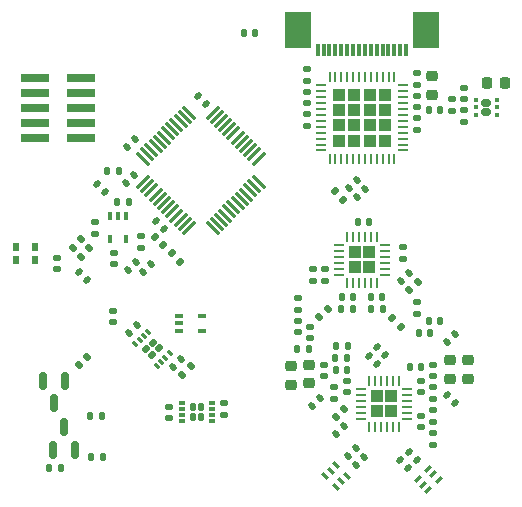
<source format=gbr>
%TF.GenerationSoftware,KiCad,Pcbnew,(6.0.4)*%
%TF.CreationDate,2023-05-22T00:57:41+09:00*%
%TF.ProjectId,RFB,5246422e-6b69-4636-9164-5f7063625858,rev?*%
%TF.SameCoordinates,Original*%
%TF.FileFunction,Paste,Top*%
%TF.FilePolarity,Positive*%
%FSLAX46Y46*%
G04 Gerber Fmt 4.6, Leading zero omitted, Abs format (unit mm)*
G04 Created by KiCad (PCBNEW (6.0.4)) date 2023-05-22 00:57:41*
%MOMM*%
%LPD*%
G01*
G04 APERTURE LIST*
G04 Aperture macros list*
%AMRoundRect*
0 Rectangle with rounded corners*
0 $1 Rounding radius*
0 $2 $3 $4 $5 $6 $7 $8 $9 X,Y pos of 4 corners*
0 Add a 4 corners polygon primitive as box body*
4,1,4,$2,$3,$4,$5,$6,$7,$8,$9,$2,$3,0*
0 Add four circle primitives for the rounded corners*
1,1,$1+$1,$2,$3*
1,1,$1+$1,$4,$5*
1,1,$1+$1,$6,$7*
1,1,$1+$1,$8,$9*
0 Add four rect primitives between the rounded corners*
20,1,$1+$1,$2,$3,$4,$5,0*
20,1,$1+$1,$4,$5,$6,$7,0*
20,1,$1+$1,$6,$7,$8,$9,0*
20,1,$1+$1,$8,$9,$2,$3,0*%
%AMRotRect*
0 Rectangle, with rotation*
0 The origin of the aperture is its center*
0 $1 length*
0 $2 width*
0 $3 Rotation angle, in degrees counterclockwise*
0 Add horizontal line*
21,1,$1,$2,0,0,$3*%
G04 Aperture macros list end*
%ADD10RoundRect,0.150000X-0.150000X0.587500X-0.150000X-0.587500X0.150000X-0.587500X0.150000X0.587500X0*%
%ADD11R,0.600000X0.750000*%
%ADD12RoundRect,0.135000X0.135000X0.185000X-0.135000X0.185000X-0.135000X-0.185000X0.135000X-0.185000X0*%
%ADD13RoundRect,0.140000X0.021213X-0.219203X0.219203X-0.021213X-0.021213X0.219203X-0.219203X0.021213X0*%
%ADD14RoundRect,0.140000X-0.021213X0.219203X-0.219203X0.021213X0.021213X-0.219203X0.219203X-0.021213X0*%
%ADD15RoundRect,0.140000X0.140000X0.170000X-0.140000X0.170000X-0.140000X-0.170000X0.140000X-0.170000X0*%
%ADD16RoundRect,0.140000X-0.170000X0.140000X-0.170000X-0.140000X0.170000X-0.140000X0.170000X0.140000X0*%
%ADD17RoundRect,0.075000X-0.415425X-0.521491X0.521491X0.415425X0.415425X0.521491X-0.521491X-0.415425X0*%
%ADD18RoundRect,0.075000X0.415425X-0.521491X0.521491X-0.415425X-0.415425X0.521491X-0.521491X0.415425X0*%
%ADD19RoundRect,0.087500X-0.175000X-0.087500X0.175000X-0.087500X0.175000X0.087500X-0.175000X0.087500X0*%
%ADD20RoundRect,0.140000X-0.140000X-0.180000X0.140000X-0.180000X0.140000X0.180000X-0.140000X0.180000X0*%
%ADD21RoundRect,0.135000X-0.185000X0.135000X-0.185000X-0.135000X0.185000X-0.135000X0.185000X0.135000X0*%
%ADD22RoundRect,0.135000X-0.226274X-0.035355X-0.035355X-0.226274X0.226274X0.035355X0.035355X0.226274X0*%
%ADD23RoundRect,0.135000X0.185000X-0.135000X0.185000X0.135000X-0.185000X0.135000X-0.185000X-0.135000X0*%
%ADD24R,2.400000X0.740000*%
%ADD25RoundRect,0.135000X-0.035355X0.226274X-0.226274X0.035355X0.035355X-0.226274X0.226274X-0.035355X0*%
%ADD26RoundRect,0.135000X0.035355X-0.226274X0.226274X-0.035355X-0.035355X0.226274X-0.226274X0.035355X0*%
%ADD27RoundRect,0.135000X0.226274X0.035355X0.035355X0.226274X-0.226274X-0.035355X-0.035355X-0.226274X0*%
%ADD28RoundRect,0.140000X0.170000X-0.140000X0.170000X0.140000X-0.170000X0.140000X-0.170000X-0.140000X0*%
%ADD29RoundRect,0.140000X-0.226274X-0.028284X-0.028284X-0.226274X0.226274X0.028284X0.028284X0.226274X0*%
%ADD30RoundRect,0.087500X-0.185616X0.061872X0.061872X-0.185616X0.185616X-0.061872X-0.061872X0.185616X0*%
%ADD31RoundRect,0.135000X-0.135000X-0.185000X0.135000X-0.185000X0.135000X0.185000X-0.135000X0.185000X0*%
%ADD32R,0.650000X0.400000*%
%ADD33RoundRect,0.140000X-0.140000X-0.170000X0.140000X-0.170000X0.140000X0.170000X-0.140000X0.170000X0*%
%ADD34RoundRect,0.140000X-0.219203X-0.021213X-0.021213X-0.219203X0.219203X0.021213X0.021213X0.219203X0*%
%ADD35RoundRect,0.160000X-0.245000X-0.160000X0.245000X-0.160000X0.245000X0.160000X-0.245000X0.160000X0*%
%ADD36RoundRect,0.093750X-0.093750X-0.106250X0.093750X-0.106250X0.093750X0.106250X-0.093750X0.106250X0*%
%ADD37RoundRect,0.218750X0.256250X-0.218750X0.256250X0.218750X-0.256250X0.218750X-0.256250X-0.218750X0*%
%ADD38RotRect,0.350000X0.700000X135.000000*%
%ADD39RoundRect,0.140000X0.219203X0.021213X0.021213X0.219203X-0.219203X-0.021213X-0.021213X-0.219203X0*%
%ADD40RoundRect,0.225000X0.225000X0.250000X-0.225000X0.250000X-0.225000X-0.250000X0.225000X-0.250000X0*%
%ADD41RoundRect,0.249999X0.290001X0.290001X-0.290001X0.290001X-0.290001X-0.290001X0.290001X-0.290001X0*%
%ADD42RoundRect,0.062500X0.375000X0.062500X-0.375000X0.062500X-0.375000X-0.062500X0.375000X-0.062500X0*%
%ADD43RoundRect,0.062500X0.062500X0.375000X-0.062500X0.375000X-0.062500X-0.375000X0.062500X-0.375000X0*%
%ADD44RoundRect,0.249999X0.290001X-0.290001X0.290001X0.290001X-0.290001X0.290001X-0.290001X-0.290001X0*%
%ADD45RoundRect,0.062500X0.062500X-0.375000X0.062500X0.375000X-0.062500X0.375000X-0.062500X-0.375000X0*%
%ADD46RoundRect,0.062500X0.375000X-0.062500X0.375000X0.062500X-0.375000X0.062500X-0.375000X-0.062500X0*%
%ADD47RoundRect,0.147500X0.226274X0.017678X0.017678X0.226274X-0.226274X-0.017678X-0.017678X-0.226274X0*%
%ADD48R,0.400000X0.650000*%
%ADD49RoundRect,0.225000X0.250000X-0.225000X0.250000X0.225000X-0.250000X0.225000X-0.250000X-0.225000X0*%
%ADD50RoundRect,0.250000X-0.292217X-0.292217X0.292217X-0.292217X0.292217X0.292217X-0.292217X0.292217X0*%
%ADD51RoundRect,0.062500X-0.375000X-0.062500X0.375000X-0.062500X0.375000X0.062500X-0.375000X0.062500X0*%
%ADD52RoundRect,0.062500X-0.062500X-0.375000X0.062500X-0.375000X0.062500X0.375000X-0.062500X0.375000X0*%
%ADD53RotRect,0.350000X0.700000X45.000000*%
%ADD54R,0.300000X1.100000*%
%ADD55R,2.300000X3.100000*%
%ADD56RoundRect,0.150000X0.150000X-0.587500X0.150000X0.587500X-0.150000X0.587500X-0.150000X-0.587500X0*%
G04 APERTURE END LIST*
D10*
%TO.C,Q1*%
X38618200Y-89410300D03*
X36718200Y-89410300D03*
X37668200Y-91285300D03*
%TD*%
D11*
%TO.C,U1*%
X34442400Y-79158800D03*
X36092400Y-79158800D03*
X36092400Y-78028800D03*
X34442400Y-78028800D03*
%TD*%
D12*
%TO.C,R9*%
X44045600Y-74269600D03*
X43025600Y-74269600D03*
%TD*%
D13*
%TO.C,C74*%
X61560389Y-93887611D03*
X62239211Y-93208789D03*
%TD*%
D14*
%TO.C,C31*%
X44577000Y-79298800D03*
X43898178Y-79977622D03*
%TD*%
D12*
%TO.C,R46*%
X37259800Y-96748600D03*
X38279800Y-96748600D03*
%TD*%
D15*
%TO.C,C65*%
X68745100Y-88188800D03*
X67785100Y-88188800D03*
%TD*%
D16*
%TO.C,C12*%
X72374700Y-64567400D03*
X72374700Y-65527400D03*
%TD*%
%TO.C,C57*%
X60579000Y-79961800D03*
X60579000Y-80921800D03*
%TD*%
D17*
%TO.C,U11*%
X45200924Y-72575988D03*
X45554478Y-72929542D03*
X45908031Y-73283095D03*
X46261585Y-73636649D03*
X46615138Y-73990202D03*
X46968691Y-74343755D03*
X47322245Y-74697309D03*
X47675798Y-75050862D03*
X48029351Y-75404415D03*
X48382905Y-75757969D03*
X48736458Y-76111522D03*
X49090012Y-76465076D03*
D18*
X51087588Y-76465076D03*
X51441142Y-76111522D03*
X51794695Y-75757969D03*
X52148249Y-75404415D03*
X52501802Y-75050862D03*
X52855355Y-74697309D03*
X53208909Y-74343755D03*
X53562462Y-73990202D03*
X53916015Y-73636649D03*
X54269569Y-73283095D03*
X54623122Y-72929542D03*
X54976676Y-72575988D03*
D17*
X54976676Y-70578412D03*
X54623122Y-70224858D03*
X54269569Y-69871305D03*
X53916015Y-69517751D03*
X53562462Y-69164198D03*
X53208909Y-68810645D03*
X52855355Y-68457091D03*
X52501802Y-68103538D03*
X52148249Y-67749985D03*
X51794695Y-67396431D03*
X51441142Y-67042878D03*
X51087588Y-66689324D03*
D18*
X49090012Y-66689324D03*
X48736458Y-67042878D03*
X48382905Y-67396431D03*
X48029351Y-67749985D03*
X47675798Y-68103538D03*
X47322245Y-68457091D03*
X46968691Y-68810645D03*
X46615138Y-69164198D03*
X46261585Y-69517751D03*
X45908031Y-69871305D03*
X45554478Y-70224858D03*
X45200924Y-70578412D03*
%TD*%
D19*
%TO.C,U10*%
X51046100Y-91299600D03*
X51046100Y-91799600D03*
X51046100Y-92299600D03*
X51046100Y-92799600D03*
X48471100Y-92799600D03*
X48471100Y-92299600D03*
X48471100Y-91799600D03*
X48471100Y-91299600D03*
D20*
X50108600Y-91649600D03*
X49408600Y-92449600D03*
X50108600Y-92449600D03*
X49408600Y-91649600D03*
%TD*%
D21*
%TO.C,R6*%
X45034200Y-77163200D03*
X45034200Y-78183200D03*
%TD*%
D16*
%TO.C,C89*%
X47421800Y-92542599D03*
X47421800Y-91582599D03*
%TD*%
%TO.C,C35*%
X59055000Y-63020000D03*
X59055000Y-63980000D03*
%TD*%
%TO.C,C36*%
X59055000Y-64925000D03*
X59055000Y-65885000D03*
%TD*%
D14*
%TO.C,C61*%
X63204411Y-95113789D03*
X62525589Y-95792611D03*
%TD*%
D16*
%TO.C,C72*%
X60528200Y-88064400D03*
X60528200Y-89024400D03*
%TD*%
D22*
%TO.C,R53*%
X47619976Y-78582576D03*
X48341224Y-79303824D03*
%TD*%
D23*
%TO.C,R71*%
X72374700Y-67485800D03*
X72374700Y-66465800D03*
%TD*%
D24*
%TO.C,J8*%
X36048400Y-63779400D03*
X39948400Y-63779400D03*
X36048400Y-65049400D03*
X39948400Y-65049400D03*
X36048400Y-66319400D03*
X39948400Y-66319400D03*
X36048400Y-67589400D03*
X39948400Y-67589400D03*
X36048400Y-68859400D03*
X39948400Y-68859400D03*
%TD*%
D25*
%TO.C,R62*%
X39984624Y-77388776D03*
X39263376Y-78110024D03*
%TD*%
D26*
%TO.C,R12*%
X60116776Y-84028224D03*
X60838024Y-83306976D03*
%TD*%
D16*
%TO.C,C15*%
X42697400Y-83489800D03*
X42697400Y-84449800D03*
%TD*%
D27*
%TO.C,R11*%
X62146124Y-74071424D03*
X61424876Y-73350176D03*
%TD*%
D28*
%TO.C,C78*%
X67183000Y-79042200D03*
X67183000Y-78082200D03*
%TD*%
D29*
%TO.C,U22*%
X45964045Y-87220530D03*
X46529730Y-86654845D03*
X46034755Y-86159870D03*
X45469070Y-86725555D03*
D30*
X45619330Y-85249470D03*
X45265777Y-85603023D03*
X44912223Y-85956577D03*
X44558670Y-86310130D03*
X46379470Y-88130930D03*
X46733023Y-87777377D03*
X47086577Y-87423823D03*
X47440130Y-87070270D03*
%TD*%
D31*
%TO.C,R25*%
X61567600Y-86410800D03*
X62587600Y-86410800D03*
%TD*%
D14*
%TO.C,C40*%
X63293311Y-72380789D03*
X62614489Y-73059611D03*
%TD*%
D32*
%TO.C,U12*%
X48249800Y-83881200D03*
X48249800Y-84531200D03*
X48249800Y-85181200D03*
X50149800Y-85181200D03*
X50149800Y-83881200D03*
%TD*%
D28*
%TO.C,C44*%
X68409800Y-68130900D03*
X68409800Y-67170900D03*
%TD*%
D33*
%TO.C,C56*%
X62004000Y-82296000D03*
X62964000Y-82296000D03*
%TD*%
D14*
%TO.C,C143*%
X44697022Y-84690578D03*
X44018200Y-85369400D03*
%TD*%
D15*
%TO.C,C54*%
X70355400Y-84353400D03*
X69395400Y-84353400D03*
%TD*%
D34*
%TO.C,C6*%
X41265789Y-72736389D03*
X41944611Y-73415211D03*
%TD*%
D16*
%TO.C,C45*%
X68409800Y-63360900D03*
X68409800Y-64320900D03*
%TD*%
D23*
%TO.C,R14*%
X68427600Y-83720400D03*
X68427600Y-82700400D03*
%TD*%
D34*
%TO.C,C101*%
X46320389Y-75860589D03*
X46999211Y-76539411D03*
%TD*%
D14*
%TO.C,C41*%
X63953711Y-73142789D03*
X63274889Y-73821611D03*
%TD*%
D23*
%TO.C,R70*%
X71358700Y-66524600D03*
X71358700Y-65504600D03*
%TD*%
D26*
%TO.C,R54*%
X48534376Y-88905024D03*
X49255624Y-88183776D03*
%TD*%
D33*
%TO.C,C2*%
X42166600Y-71602600D03*
X43126600Y-71602600D03*
%TD*%
D13*
%TO.C,C58*%
X67046789Y-80984411D03*
X67725611Y-80305589D03*
%TD*%
D15*
%TO.C,C50*%
X59230200Y-86741000D03*
X58270200Y-86741000D03*
%TD*%
D33*
%TO.C,C47*%
X63375600Y-75971400D03*
X64335600Y-75971400D03*
%TD*%
D28*
%TO.C,C16*%
X42773600Y-79496800D03*
X42773600Y-78536800D03*
%TD*%
D33*
%TO.C,C75*%
X64493200Y-82296000D03*
X65453200Y-82296000D03*
%TD*%
D35*
%TO.C,IC9*%
X74255800Y-66656200D03*
X74255800Y-65856200D03*
D36*
X73368300Y-65606200D03*
X73368300Y-66256200D03*
X73368300Y-66906200D03*
X75143300Y-66906200D03*
X75143300Y-66256200D03*
X75143300Y-65606200D03*
%TD*%
D14*
%TO.C,C129*%
X48447011Y-87544589D03*
X47768189Y-88223411D03*
%TD*%
%TO.C,C10*%
X60156411Y-90871989D03*
X59477589Y-91550811D03*
%TD*%
D16*
%TO.C,C66*%
X62444500Y-89417200D03*
X62444500Y-90377200D03*
%TD*%
D28*
%TO.C,C71*%
X69748400Y-94790200D03*
X69748400Y-93830200D03*
%TD*%
D37*
%TO.C,L3*%
X72745600Y-89230300D03*
X72745600Y-87655300D03*
%TD*%
%TO.C,L2*%
X57708800Y-89738300D03*
X57708800Y-88163300D03*
%TD*%
D15*
%TO.C,C55*%
X69491800Y-85344000D03*
X68531800Y-85344000D03*
%TD*%
D38*
%TO.C,FL2*%
X70241003Y-97782278D03*
X69781384Y-97322658D03*
X69321764Y-96863039D03*
X68437881Y-97746922D03*
X68897500Y-98206542D03*
X69357120Y-98666161D03*
%TD*%
D34*
%TO.C,C64*%
X64299857Y-87288599D03*
X64978679Y-87967421D03*
%TD*%
D21*
%TO.C,R28*%
X69748400Y-89939400D03*
X69748400Y-90959400D03*
%TD*%
D39*
%TO.C,C63*%
X65697100Y-87249000D03*
X65018278Y-86570178D03*
%TD*%
D37*
%TO.C,L1*%
X59258200Y-89611300D03*
X59258200Y-88036300D03*
%TD*%
D40*
%TO.C,C120*%
X75832000Y-64185800D03*
X74282000Y-64185800D03*
%TD*%
D31*
%TO.C,R19*%
X64488600Y-83312000D03*
X65508600Y-83312000D03*
%TD*%
D39*
%TO.C,C60*%
X68374597Y-96070916D03*
X67695775Y-95392094D03*
%TD*%
D13*
%TO.C,C62*%
X63236789Y-96503811D03*
X63915611Y-95824989D03*
%TD*%
D41*
%TO.C,U8*%
X66219100Y-91967400D03*
X64969100Y-91967400D03*
X64969100Y-90717400D03*
X66219100Y-90717400D03*
D42*
X67531600Y-92592400D03*
X67531600Y-92092400D03*
X67531600Y-91592400D03*
X67531600Y-91092400D03*
X67531600Y-90592400D03*
X67531600Y-90092400D03*
D43*
X66844100Y-89404900D03*
X66344100Y-89404900D03*
X65844100Y-89404900D03*
X65344100Y-89404900D03*
X64844100Y-89404900D03*
X64344100Y-89404900D03*
D42*
X63656600Y-90092400D03*
X63656600Y-90592400D03*
X63656600Y-91092400D03*
X63656600Y-91592400D03*
X63656600Y-92092400D03*
X63656600Y-92592400D03*
D43*
X64344100Y-93279900D03*
X64844100Y-93279900D03*
X65344100Y-93279900D03*
X65844100Y-93279900D03*
X66344100Y-93279900D03*
X66844100Y-93279900D03*
%TD*%
D25*
%TO.C,R8*%
X40645024Y-78176176D03*
X39923776Y-78897424D03*
%TD*%
D31*
%TO.C,R24*%
X61476700Y-87426800D03*
X62496700Y-87426800D03*
%TD*%
D44*
%TO.C,U3*%
X64353600Y-78521400D03*
X64353600Y-79771400D03*
X63103600Y-78521400D03*
X63103600Y-79771400D03*
D45*
X62478600Y-81083900D03*
X62978600Y-81083900D03*
X63478600Y-81083900D03*
X63978600Y-81083900D03*
X64478600Y-81083900D03*
X64978600Y-81083900D03*
D46*
X65666100Y-80396400D03*
X65666100Y-79896400D03*
X65666100Y-79396400D03*
X65666100Y-78896400D03*
X65666100Y-78396400D03*
X65666100Y-77896400D03*
D45*
X64978600Y-77208900D03*
X64478600Y-77208900D03*
X63978600Y-77208900D03*
X63478600Y-77208900D03*
X62978600Y-77208900D03*
X62478600Y-77208900D03*
D46*
X61791100Y-77896400D03*
X61791100Y-78396400D03*
X61791100Y-78896400D03*
X61791100Y-79396400D03*
X61791100Y-79896400D03*
X61791100Y-80396400D03*
%TD*%
D13*
%TO.C,C14*%
X45168178Y-80206222D03*
X45847000Y-79527400D03*
%TD*%
D47*
%TO.C,D1*%
X46926547Y-77889147D03*
X46240653Y-77203253D03*
%TD*%
D13*
%TO.C,C94*%
X43821978Y-69563622D03*
X44500800Y-68884800D03*
%TD*%
D26*
%TO.C,R45*%
X40492624Y-87370976D03*
X39771376Y-88092224D03*
%TD*%
D23*
%TO.C,R13*%
X58293000Y-83364800D03*
X58293000Y-82344800D03*
%TD*%
D39*
%TO.C,C18*%
X40462200Y-80822800D03*
X39783378Y-80143978D03*
%TD*%
D14*
%TO.C,C51*%
X71611811Y-85436389D03*
X70932989Y-86115211D03*
%TD*%
D37*
%TO.C,L4*%
X71196200Y-89230300D03*
X71196200Y-87655300D03*
%TD*%
D33*
%TO.C,C130*%
X69408100Y-66446400D03*
X70368100Y-66446400D03*
%TD*%
D21*
%TO.C,R17*%
X59563000Y-79931800D03*
X59563000Y-80951800D03*
%TD*%
D39*
%TO.C,C100*%
X50529811Y-65947611D03*
X49850989Y-65268789D03*
%TD*%
D28*
%TO.C,C53*%
X58293000Y-85265200D03*
X58293000Y-84305200D03*
%TD*%
D48*
%TO.C,U5*%
X43728397Y-75472400D03*
X43078397Y-75472400D03*
X42428397Y-75472400D03*
X42428397Y-77372400D03*
X43728397Y-77372400D03*
%TD*%
D16*
%TO.C,C37*%
X59055000Y-66830000D03*
X59055000Y-67790000D03*
%TD*%
D28*
%TO.C,C80*%
X37947600Y-79956600D03*
X37947600Y-78996600D03*
%TD*%
D15*
%TO.C,C67*%
X62456000Y-88442800D03*
X61496000Y-88442800D03*
%TD*%
D49*
%TO.C,C139*%
X69684900Y-65164000D03*
X69684900Y-63614000D03*
%TD*%
D50*
%TO.C,IC3*%
X65648700Y-65230400D03*
X63098700Y-69055400D03*
X61823700Y-67780400D03*
X61823700Y-65230400D03*
X63098700Y-65230400D03*
X64373700Y-69055400D03*
X64373700Y-66505400D03*
X63098700Y-66505400D03*
X65648700Y-69055400D03*
X64373700Y-65230400D03*
X65648700Y-66505400D03*
X65648700Y-67780400D03*
X61823700Y-69055400D03*
X64373700Y-67780400D03*
X63098700Y-67780400D03*
X61823700Y-66505400D03*
D51*
X60298700Y-64392900D03*
X60298700Y-64892900D03*
X60298700Y-65392900D03*
X60298700Y-65892900D03*
X60298700Y-66392900D03*
X60298700Y-66892900D03*
X60298700Y-67392900D03*
X60298700Y-67892900D03*
X60298700Y-68392900D03*
X60298700Y-68892900D03*
X60298700Y-69392900D03*
X60298700Y-69892900D03*
D52*
X60986200Y-70580400D03*
X61486200Y-70580400D03*
X61986200Y-70580400D03*
X62486200Y-70580400D03*
X62986200Y-70580400D03*
X63486200Y-70580400D03*
X63986200Y-70580400D03*
X64486200Y-70580400D03*
X64986200Y-70580400D03*
X65486200Y-70580400D03*
X65986200Y-70580400D03*
X66486200Y-70580400D03*
D51*
X67173700Y-69892900D03*
X67173700Y-69392900D03*
X67173700Y-68892900D03*
X67173700Y-68392900D03*
X67173700Y-67892900D03*
X67173700Y-67392900D03*
X67173700Y-66892900D03*
X67173700Y-66392900D03*
X67173700Y-65892900D03*
X67173700Y-65392900D03*
X67173700Y-64892900D03*
X67173700Y-64392900D03*
D52*
X66486200Y-63705400D03*
X65986200Y-63705400D03*
X65486200Y-63705400D03*
X64986200Y-63705400D03*
X64486200Y-63705400D03*
X63986200Y-63705400D03*
X63486200Y-63705400D03*
X62986200Y-63705400D03*
X62486200Y-63705400D03*
X61986200Y-63705400D03*
X61486200Y-63705400D03*
X60986200Y-63705400D03*
%TD*%
D15*
%TO.C,C92*%
X54683600Y-59969400D03*
X53723600Y-59969400D03*
%TD*%
D25*
%TO.C,R27*%
X62242700Y-91770200D03*
X61521452Y-92491448D03*
%TD*%
D16*
%TO.C,C46*%
X68409800Y-65263300D03*
X68409800Y-66223300D03*
%TD*%
D21*
%TO.C,R29*%
X61391800Y-89939400D03*
X61391800Y-90959400D03*
%TD*%
D28*
%TO.C,C52*%
X59309000Y-85773200D03*
X59309000Y-84813200D03*
%TD*%
D34*
%TO.C,C59*%
X66981032Y-96114191D03*
X67659854Y-96793013D03*
%TD*%
D16*
%TO.C,C73*%
X69735700Y-88064400D03*
X69735700Y-89024400D03*
%TD*%
D21*
%TO.C,R10*%
X41122600Y-75916600D03*
X41122600Y-76936600D03*
%TD*%
D31*
%TO.C,R16*%
X61948600Y-83312000D03*
X62968600Y-83312000D03*
%TD*%
D14*
%TO.C,C93*%
X44450000Y-71958200D03*
X43771178Y-72637022D03*
%TD*%
D53*
%TO.C,FL3*%
X61526522Y-98352438D03*
X61986142Y-97892819D03*
X62445761Y-97433199D03*
X61561878Y-96549316D03*
X61102258Y-97008935D03*
X60642639Y-97468555D03*
%TD*%
D16*
%TO.C,C68*%
X68743700Y-89417200D03*
X68743700Y-90377200D03*
%TD*%
D39*
%TO.C,C48*%
X71611811Y-91296811D03*
X70932989Y-90617989D03*
%TD*%
D26*
%TO.C,R18*%
X67736776Y-81716824D03*
X68458024Y-80995576D03*
%TD*%
D16*
%TO.C,C88*%
X52095400Y-92250200D03*
X52095400Y-91290200D03*
%TD*%
D21*
%TO.C,R26*%
X69748400Y-91869800D03*
X69748400Y-92889800D03*
%TD*%
D54*
%TO.C,J4*%
X67478600Y-61395600D03*
X66978600Y-61395600D03*
X66478600Y-61395600D03*
X65978600Y-61395600D03*
X65478600Y-61395600D03*
X64978600Y-61395600D03*
X64478600Y-61395600D03*
X63978600Y-61395600D03*
X63478600Y-61395600D03*
X62978600Y-61395600D03*
X62478600Y-61395600D03*
X61978600Y-61395600D03*
X61478600Y-61395600D03*
X60978600Y-61395600D03*
X60478600Y-61395600D03*
X59978600Y-61395600D03*
D55*
X58308600Y-59695600D03*
X69148600Y-59695600D03*
%TD*%
D28*
%TO.C,C70*%
X68745100Y-93314400D03*
X68745100Y-92354400D03*
%TD*%
D27*
%TO.C,R15*%
X67015248Y-84820648D03*
X66294000Y-84099400D03*
%TD*%
D12*
%TO.C,R47*%
X41734200Y-92405200D03*
X40714200Y-92405200D03*
%TD*%
D56*
%TO.C,Q2*%
X37556400Y-95222300D03*
X39456400Y-95222300D03*
X38506400Y-93347300D03*
%TD*%
D12*
%TO.C,R48*%
X41835800Y-95859600D03*
X40815800Y-95859600D03*
%TD*%
M02*

</source>
